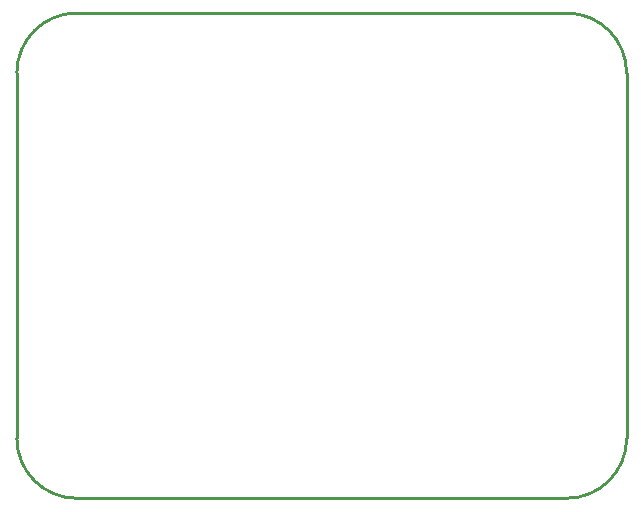
<source format=gm1>
G04*
G04 #@! TF.GenerationSoftware,Altium Limited,Altium Designer,22.10.1 (41)*
G04*
G04 Layer_Color=16711935*
%FSLAX25Y25*%
%MOIN*%
G70*
G04*
G04 #@! TF.SameCoordinates,8FEA939C-E76D-43F5-B1C2-14765C5B3C68*
G04*
G04*
G04 #@! TF.FilePolarity,Positive*
G04*
G01*
G75*
%ADD10C,0.01000*%
D10*
X486515Y223243D02*
G03*
X506515Y243243I-0J20000D01*
G01*
X303243D02*
G03*
X323243Y223243I20000J0D01*
G01*
Y385000D02*
G03*
X303243Y365000I0J-20000D01*
G01*
X506515Y365000D02*
G03*
X486515Y385000I-20000J-0D01*
G01*
X303243Y243243D02*
Y365000D01*
X323243Y385000D02*
X486515D01*
X506515Y243243D02*
Y365000D01*
X323243Y223243D02*
X486515D01*
M02*

</source>
